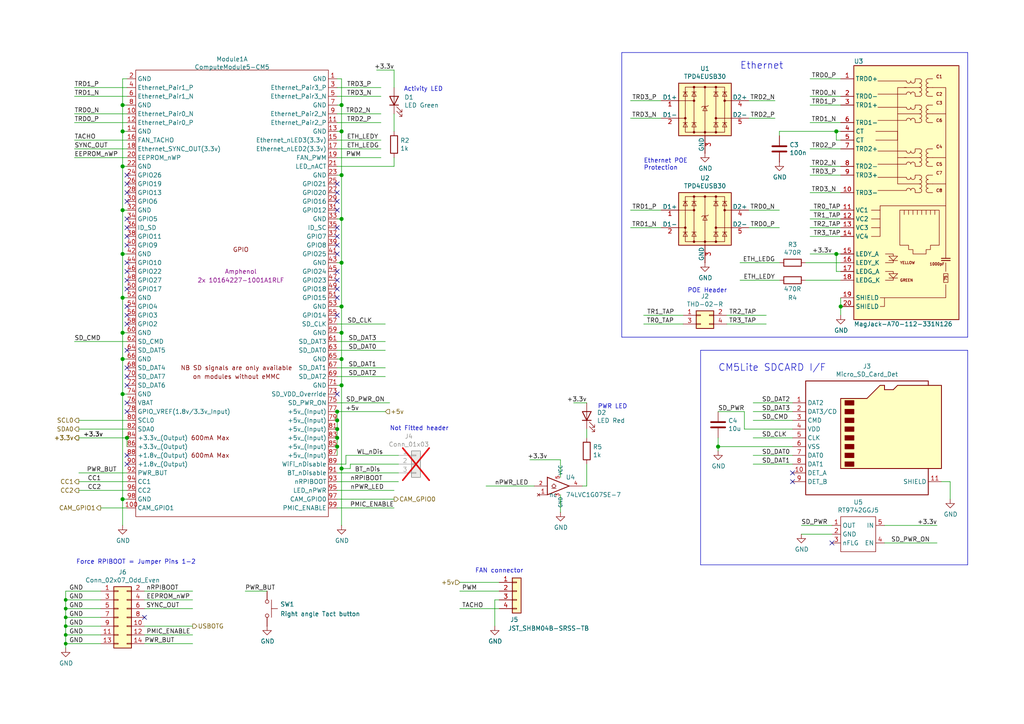
<source format=kicad_sch>
(kicad_sch (version 20231120) (generator "eeschema") (generator_version "8.0")
  (paper "A4")
  (title_block (title "Blade Carrier Board") (date "2024-12-12") (rev "0.1") (company "RapidAnalysis") (comment 1 "Author: Asad Imran"))
  (junction (at 19.05 181.61))
  (junction (at 97.79 127) (diameter 1.016))
  (junction (at 99.06 111.76) (diameter 1.016))
  (junction (at 35.56 104.14) (diameter 1.016))
  (junction (at 35.56 60.96) (diameter 1.016))
  (junction (at 97.79 124.46) (diameter 1.016))
  (junction (at 242.57 38.1) (diameter 1.016))
  (junction (at 99.06 135.89) (diameter 1.016))
  (junction (at 99.06 104.14) (diameter 1.016))
  (junction (at 208.28 129.54) (diameter 1.016))
  (junction (at 35.56 30.48) (diameter 1.016))
  (junction (at 19.05 173.99))
  (junction (at 35.56 86.36) (diameter 1.016))
  (junction (at 243.84 88.9) (diameter 1.016))
  (junction (at 97.79 129.54) (diameter 1.016))
  (junction (at 19.05 179.07))
  (junction (at 99.06 63.5) (diameter 1.016))
  (junction (at 35.56 144.78) (diameter 1.016))
  (junction (at 36.83 127) (diameter 1.016))
  (junction (at 19.05 184.15))
  (junction (at 35.56 48.26) (diameter 1.016))
  (junction (at 242.57 73.66) (diameter 1.016))
  (junction (at 99.06 88.9) (diameter 1.016))
  (junction (at 35.56 38.1) (diameter 1.016))
  (junction (at 35.56 96.52) (diameter 1.016))
  (junction (at 35.56 114.3) (diameter 1.016))
  (junction (at 99.06 38.1) (diameter 1.016))
  (junction (at 99.06 30.48) (diameter 1.016))
  (junction (at 35.56 73.66) (diameter 1.016))
  (junction (at 99.06 96.52) (diameter 1.016))
  (junction (at 97.79 119.38) (diameter 1.016))
  (junction (at 19.05 176.53))
  (junction (at 97.79 121.92) (diameter 1.016))
  (junction (at 99.06 50.8) (diameter 1.016))
  (junction (at 19.05 186.69))
  (junction (at 99.06 76.2) (diameter 1.016))
  (no_connect (at 36.83 88.9))
  (no_connect (at 229.87 139.7))
  (no_connect (at 97.79 83.82))
  (no_connect (at 36.83 116.84))
  (no_connect (at 36.83 101.6))
  (no_connect (at 97.79 71.12))
  (no_connect (at 97.79 66.04))
  (no_connect (at 41.91 179.07))
  (no_connect (at 97.79 53.34))
  (no_connect (at 36.83 50.8))
  (no_connect (at 36.83 132.08))
  (no_connect (at 36.83 91.44))
  (no_connect (at 36.83 71.12))
  (no_connect (at 97.79 86.36))
  (no_connect (at 36.83 63.5))
  (no_connect (at 36.83 53.34))
  (no_connect (at 36.83 111.76))
  (no_connect (at 97.79 60.96))
  (no_connect (at 36.83 119.38))
  (no_connect (at 97.79 68.58))
  (no_connect (at 36.83 81.28))
  (no_connect (at 97.79 114.3))
  (no_connect (at 36.83 68.58))
  (no_connect (at 36.83 76.2))
  (no_connect (at 36.83 66.04))
  (no_connect (at 36.83 83.82))
  (no_connect (at 36.83 55.88))
  (no_connect (at 97.79 78.74))
  (no_connect (at 36.83 78.74))
  (no_connect (at 36.83 134.62))
  (no_connect (at 36.83 109.22))
  (no_connect (at 97.79 73.66))
  (no_connect (at 36.83 106.68))
  (no_connect (at 97.79 55.88))
  (no_connect (at 97.79 81.28))
  (no_connect (at 229.87 137.16))
  (no_connect (at 36.83 93.98))
  (no_connect (at 36.83 58.42))
  (no_connect (at 241.3 157.48))
  (no_connect (at 97.79 58.42))
  (no_connect (at 97.79 91.44))
  (polyline (pts (xy 203.2 163.83) (xy 203.2 101.6)) (stroke (width 0) (type solid)))
  (wire (pts (xy 19.05 173.99) (xy 19.05 176.53)))
  (wire (pts (xy 109.22 20.32) (xy 114.3 20.32)))
  (wire (pts (xy 41.91 184.15) (xy 55.88 184.15)))
  (wire (pts (xy 215.9 124.46) (xy 215.9 119.38)))
  (polyline (pts (xy 280.67 15.24) (xy 280.67 97.79)) (stroke (width 0) (type solid)))
  (wire (pts (xy 144.78 173.99) (xy 143.51 173.99)))
  (wire (pts (xy 97.79 119.38) (xy 111.76 119.38)))
  (wire (pts (xy 36.83 30.48) (xy 35.56 30.48)))
  (wire (pts (xy 114.3 33.02) (xy 114.3 38.1)))
  (wire (pts (xy 35.56 73.66) (xy 35.56 86.36)))
  (wire (pts (xy 21.59 33.02) (xy 36.83 33.02)))
  (wire (pts (xy 256.54 157.48) (xy 271.78 157.48)))
  (wire (pts (xy 22.86 121.92) (xy 36.83 121.92)))
  (wire (pts (xy 97.79 119.38) (xy 97.79 121.92)))
  (wire (pts (xy 133.35 168.91) (xy 144.78 168.91)))
  (wire (pts (xy 97.79 134.62) (xy 100.33 134.62)))
  (wire (pts (xy 35.56 104.14) (xy 35.56 114.3)))
  (wire (pts (xy 19.05 179.07) (xy 29.21 179.07)))
  (wire (pts (xy 101.6 135.89) (xy 101.6 134.62)))
  (wire (pts (xy 97.79 40.64) (xy 110.49 40.64)))
  (wire (pts (xy 242.57 40.64) (xy 242.57 38.1)))
  (wire (pts (xy 243.84 88.9) (xy 243.84 91.44)))
  (wire (pts (xy 241.3 154.94) (xy 232.41 154.94)))
  (wire (pts (xy 217.17 66.04) (xy 226.06 66.04)))
  (wire (pts (xy 218.44 121.92) (xy 229.87 121.92)))
  (wire (pts (xy 35.56 60.96) (xy 36.83 60.96)))
  (wire (pts (xy 111.76 99.06) (xy 97.79 99.06)))
  (wire (pts (xy 19.05 184.15) (xy 19.05 186.69)))
  (wire (pts (xy 111.76 106.68) (xy 97.79 106.68)))
  (wire (pts (xy 35.56 48.26) (xy 36.83 48.26)))
  (wire (pts (xy 208.28 119.38) (xy 215.9 119.38)))
  (wire (pts (xy 99.06 63.5) (xy 99.06 76.2)))
  (wire (pts (xy 21.59 40.64) (xy 36.83 40.64)))
  (wire (pts (xy 36.83 129.54) (xy 36.83 127)))
  (wire (pts (xy 97.79 147.32) (xy 114.3 147.32)))
  (wire (pts (xy 19.05 184.15) (xy 29.21 184.15)))
  (wire (pts (xy 170.18 116.84) (xy 166.37 116.84)))
  (wire (pts (xy 170.18 140.97) (xy 168.91 140.97)))
  (wire (pts (xy 97.79 22.86) (xy 99.06 22.86)))
  (wire (pts (xy 22.86 137.16) (xy 36.83 137.16)))
  (wire (pts (xy 97.79 76.2) (xy 99.06 76.2)))
  (polyline (pts (xy 180.34 15.24) (xy 280.67 15.24)) (stroke (width 0) (type solid)))
  (wire (pts (xy 133.35 176.53) (xy 144.78 176.53)))
  (wire (pts (xy 35.56 73.66) (xy 36.83 73.66)))
  (wire (pts (xy 162.56 138.43) (xy 162.56 133.35)))
  (wire (pts (xy 19.05 186.69) (xy 29.21 186.69)))
  (wire (pts (xy 111.76 93.98) (xy 97.79 93.98)))
  (wire (pts (xy 234.95 66.04) (xy 243.84 66.04)))
  (wire (pts (xy 100.33 132.08) (xy 115.57 132.08)))
  (wire (pts (xy 35.56 96.52) (xy 36.83 96.52)))
  (wire (pts (xy 41.91 173.99) (xy 55.88 173.99)))
  (wire (pts (xy 21.59 99.06) (xy 36.83 99.06)))
  (wire (pts (xy 36.83 144.78) (xy 35.56 144.78)))
  (wire (pts (xy 226.06 38.1) (xy 242.57 38.1)))
  (polyline (pts (xy 203.2 101.6) (xy 280.67 101.6)) (stroke (width 0) (type solid)))
  (wire (pts (xy 170.18 134.62) (xy 170.18 140.97)))
  (wire (pts (xy 97.79 35.56) (xy 110.49 35.56)))
  (wire (pts (xy 182.88 29.21) (xy 191.77 29.21)))
  (wire (pts (xy 218.44 132.08) (xy 229.87 132.08)))
  (wire (pts (xy 229.87 124.46) (xy 215.9 124.46)))
  (wire (pts (xy 99.06 22.86) (xy 99.06 30.48)))
  (wire (pts (xy 97.79 33.02) (xy 110.49 33.02)))
  (wire (pts (xy 99.06 104.14) (xy 99.06 111.76)))
  (wire (pts (xy 35.56 38.1) (xy 35.56 48.26)))
  (wire (pts (xy 97.79 101.6) (xy 111.76 101.6)))
  (wire (pts (xy 41.91 176.53) (xy 55.88 176.53)))
  (wire (pts (xy 229.87 127) (xy 218.44 127)))
  (wire (pts (xy 100.33 134.62) (xy 100.33 132.08)))
  (wire (pts (xy 234.95 48.26) (xy 243.84 48.26)))
  (wire (pts (xy 35.56 114.3) (xy 35.56 144.78)))
  (wire (pts (xy 97.79 121.92) (xy 97.79 124.46)))
  (wire (pts (xy 19.05 171.45) (xy 29.21 171.45)))
  (wire (pts (xy 19.05 179.07) (xy 19.05 181.61)))
  (wire (pts (xy 99.06 111.76) (xy 99.06 135.89)))
  (wire (pts (xy 97.79 139.7) (xy 115.57 139.7)))
  (wire (pts (xy 182.88 60.96) (xy 191.77 60.96)))
  (wire (pts (xy 97.79 127) (xy 97.79 129.54)))
  (wire (pts (xy 101.6 134.62) (xy 115.57 134.62)))
  (wire (pts (xy 21.59 35.56) (xy 36.83 35.56)))
  (wire (pts (xy 35.56 104.14) (xy 36.83 104.14)))
  (wire (pts (xy 19.05 176.53) (xy 19.05 179.07)))
  (wire (pts (xy 234.95 73.66) (xy 242.57 73.66)))
  (wire (pts (xy 234.95 60.96) (xy 243.84 60.96)))
  (wire (pts (xy 97.79 27.94) (xy 110.49 27.94)))
  (wire (pts (xy 162.56 133.35) (xy 153.67 133.35)))
  (polyline (pts (xy 280.67 97.79) (xy 180.34 97.79)) (stroke (width 0) (type solid)))
  (polyline (pts (xy 280.67 163.83) (xy 203.2 163.83)) (stroke (width 0) (type solid)))
  (wire (pts (xy 41.91 186.69) (xy 55.88 186.69)))
  (wire (pts (xy 21.59 45.72) (xy 36.83 45.72)))
  (wire (pts (xy 217.17 60.96) (xy 226.06 60.96)))
  (wire (pts (xy 234.95 50.8) (xy 243.84 50.8)))
  (wire (pts (xy 243.84 78.74) (xy 242.57 78.74)))
  (wire (pts (xy 229.87 134.62) (xy 218.44 134.62)))
  (wire (pts (xy 275.59 139.7) (xy 275.59 144.78)))
  (wire (pts (xy 210.82 91.44) (xy 222.25 91.44)))
  (wire (pts (xy 19.05 171.45) (xy 19.05 173.99)))
  (wire (pts (xy 234.95 68.58) (xy 243.84 68.58)))
  (wire (pts (xy 21.59 25.4) (xy 36.83 25.4)))
  (wire (pts (xy 97.79 50.8) (xy 99.06 50.8)))
  (wire (pts (xy 170.18 124.46) (xy 170.18 127)))
  (polyline (pts (xy 180.34 97.79) (xy 180.34 15.24)) (stroke (width 0) (type solid)))
  (wire (pts (xy 35.56 96.52) (xy 35.56 104.14)))
  (wire (pts (xy 22.86 124.46) (xy 36.83 124.46)))
  (wire (pts (xy 99.06 135.89) (xy 101.6 135.89)))
  (wire (pts (xy 35.56 48.26) (xy 35.56 60.96)))
  (wire (pts (xy 35.56 60.96) (xy 35.56 73.66)))
  (wire (pts (xy 97.79 116.84) (xy 113.03 116.84)))
  (wire (pts (xy 22.86 127) (xy 36.83 127)))
  (wire (pts (xy 242.57 73.66) (xy 243.84 73.66)))
  (wire (pts (xy 234.95 30.48) (xy 243.84 30.48)))
  (wire (pts (xy 217.17 29.21) (xy 224.79 29.21)))
  (wire (pts (xy 22.86 139.7) (xy 36.83 139.7)))
  (wire (pts (xy 114.3 20.32) (xy 114.3 25.4)))
  (wire (pts (xy 234.95 27.94) (xy 243.84 27.94)))
  (wire (pts (xy 97.79 144.78) (xy 114.3 144.78)))
  (wire (pts (xy 243.84 40.64) (xy 242.57 40.64)))
  (wire (pts (xy 234.95 35.56) (xy 243.84 35.56)))
  (wire (pts (xy 99.06 38.1) (xy 99.06 50.8)))
  (wire (pts (xy 97.79 111.76) (xy 99.06 111.76)))
  (wire (pts (xy 35.56 86.36) (xy 35.56 96.52)))
  (wire (pts (xy 36.83 38.1) (xy 35.56 38.1)))
  (wire (pts (xy 234.95 43.18) (xy 243.84 43.18)))
  (wire (pts (xy 97.79 129.54) (xy 97.79 132.08)))
  (wire (pts (xy 182.88 34.29) (xy 191.77 34.29)))
  (wire (pts (xy 41.91 171.45) (xy 55.88 171.45)))
  (wire (pts (xy 214.63 76.2) (xy 226.06 76.2)))
  (wire (pts (xy 97.79 25.4) (xy 110.49 25.4)))
  (wire (pts (xy 19.05 186.69) (xy 19.05 187.96)))
  (wire (pts (xy 140.97 140.97) (xy 154.94 140.97)))
  (wire (pts (xy 97.79 45.72) (xy 110.49 45.72)))
  (wire (pts (xy 97.79 96.52) (xy 99.06 96.52)))
  (wire (pts (xy 29.21 147.32) (xy 36.83 147.32)))
  (wire (pts (xy 99.06 50.8) (xy 99.06 63.5)))
  (wire (pts (xy 35.56 22.86) (xy 35.56 30.48)))
  (wire (pts (xy 218.44 116.84) (xy 229.87 116.84)))
  (wire (pts (xy 97.79 142.24) (xy 114.3 142.24)))
  (wire (pts (xy 35.56 30.48) (xy 35.56 38.1)))
  (wire (pts (xy 35.56 114.3) (xy 36.83 114.3)))
  (wire (pts (xy 21.59 27.94) (xy 36.83 27.94)))
  (wire (pts (xy 19.05 181.61) (xy 29.21 181.61)))
  (wire (pts (xy 256.54 152.4) (xy 271.78 152.4)))
  (wire (pts (xy 71.12 171.45) (xy 77.47 171.45)))
  (wire (pts (xy 143.51 173.99) (xy 143.51 181.61)))
  (wire (pts (xy 208.28 129.54) (xy 208.28 130.81)))
  (wire (pts (xy 162.56 143.51) (xy 162.56 148.59)))
  (wire (pts (xy 273.05 139.7) (xy 275.59 139.7)))
  (wire (pts (xy 186.69 91.44) (xy 198.12 91.44)))
  (wire (pts (xy 36.83 22.86) (xy 35.56 22.86)))
  (wire (pts (xy 97.79 38.1) (xy 99.06 38.1)))
  (wire (pts (xy 234.95 22.86) (xy 243.84 22.86)))
  (wire (pts (xy 97.79 63.5) (xy 99.06 63.5)))
  (wire (pts (xy 19.05 173.99) (xy 29.21 173.99)))
  (wire (pts (xy 97.79 124.46) (xy 97.79 127)))
  (wire (pts (xy 133.35 171.45) (xy 144.78 171.45)))
  (wire (pts (xy 186.69 93.98) (xy 198.12 93.98)))
  (wire (pts (xy 97.79 104.14) (xy 99.06 104.14)))
  (wire (pts (xy 241.3 152.4) (xy 232.41 152.4)))
  (wire (pts (xy 208.28 129.54) (xy 229.87 129.54)))
  (wire (pts (xy 99.06 96.52) (xy 99.06 104.14)))
  (wire (pts (xy 243.84 38.1) (xy 242.57 38.1)))
  (wire (pts (xy 35.56 144.78) (xy 35.56 152.4)))
  (wire (pts (xy 97.79 48.26) (xy 114.3 48.26)))
  (wire (pts (xy 19.05 181.61) (xy 19.05 184.15)))
  (wire (pts (xy 97.79 88.9) (xy 99.06 88.9)))
  (polyline (pts (xy 280.67 101.6) (xy 280.67 163.83)) (stroke (width 0) (type solid)))
  (wire (pts (xy 234.95 63.5) (xy 243.84 63.5)))
  (wire (pts (xy 22.86 142.24) (xy 36.83 142.24)))
  (wire (pts (xy 97.79 109.22) (xy 111.76 109.22)))
  (wire (pts (xy 99.06 88.9) (xy 99.06 96.52)))
  (wire (pts (xy 99.06 30.48) (xy 99.06 38.1)))
  (wire (pts (xy 242.57 78.74) (xy 242.57 73.66)))
  (wire (pts (xy 233.68 76.2) (xy 243.84 76.2)))
  (wire (pts (xy 233.68 81.28) (xy 243.84 81.28)))
  (wire (pts (xy 99.06 135.89) (xy 99.06 152.4)))
  (wire (pts (xy 210.82 93.98) (xy 222.25 93.98)))
  (wire (pts (xy 226.06 39.37) (xy 226.06 38.1)))
  (wire (pts (xy 214.63 81.28) (xy 226.06 81.28)))
  (wire (pts (xy 99.06 76.2) (xy 99.06 88.9)))
  (wire (pts (xy 208.28 127) (xy 208.28 129.54)))
  (wire (pts (xy 97.79 43.18) (xy 110.49 43.18)))
  (wire (pts (xy 234.95 55.88) (xy 243.84 55.88)))
  (wire (pts (xy 229.87 119.38) (xy 218.44 119.38)))
  (wire (pts (xy 217.17 34.29) (xy 224.79 34.29)))
  (wire (pts (xy 19.05 176.53) (xy 29.21 176.53)))
  (wire (pts (xy 191.77 66.04) (xy 182.88 66.04)))
  (wire (pts (xy 21.59 43.18) (xy 36.83 43.18)))
  (wire (pts (xy 114.3 48.26) (xy 114.3 45.72)))
  (wire (pts (xy 41.91 181.61) (xy 55.88 181.61)))
  (wire (pts (xy 243.84 86.36) (xy 243.84 88.9)))
  (wire (pts (xy 97.79 137.16) (xy 115.57 137.16)))
  (wire (pts (xy 35.56 86.36) (xy 36.83 86.36)))
  (wire (pts (xy 97.79 30.48) (xy 99.06 30.48)))
  (text "Ethernet POE\nProtection" (at 186.69 49.53 0) (effects (font (size 1.27 1.27)) (justify left bottom)))
  (text "Force RPIBOOT = Jumper Pins 1-2 \n" (at 57.785 163.83 0) (effects (font (size 1.27 1.27)) (justify right bottom)))
  (text "POE Header" (at 199.39 85.09 0) (effects (font (size 1.27 1.27)) (justify left bottom)))
  (text "FAN connector\n" (at 137.795 166.37 0) (effects (font (size 1.27 1.27)) (justify left bottom)))
  (text "CM5Lite SDCARD I/F" (at 208.28 107.95 0) (effects (font (size 2.007 2.007)) (justify left bottom)))
  (text "Activity LED" (at 117.094 26.67 0) (effects (font (size 1.27 1.27)) (justify left bottom)))
  (text "Not Fitted header" (at 130.175 125.095 0) (effects (font (size 1.27 1.27)) (justify right bottom)))
  (text "Ethernet" (at 214.63 20.32 0) (effects (font (size 2.0066 2.0066)) (justify left bottom)))
  (text "PWR LED" (at 173.355 118.745 0) (effects (font (size 1.27 1.27)) (justify left bottom)))
  (label "TRD0_P" (at 21.59 35.56 0))
  (label "GND" (at 24.13 171.45 180))
  (label "GND" (at 24.13 181.61 180))
  (label "EEPROM_nWP" (at 21.59 45.72 0))
  (label "GND" (at 24.13 186.69 180))
  (label "TR3_TAP" (at 243.84 68.58 180))
  (label "GND" (at 24.13 176.53 180))
  (label "+5v" (at 104.14 119.38 180))
  (label "SD_DAT1" (at 109.22 106.68 180))
  (label "PWR_BUT" (at 71.12 171.45 0))
  (label "ETH_LEDG" (at 224.79 76.2 180))
  (label "SD_DAT3" (at 109.22 99.06 180))
  (label "TRD1_P" (at 242.57 30.48 180))
  (label "CC1" (at 25.4 139.7 0))
  (label "TRD3_N" (at 100.584 27.94 0))
  (label "ETH_LEDY" (at 224.79 81.28 180))
  (label "+3.3v" (at 24.13 127 0))
  (label "TRD0_P" (at 224.79 66.04 180))
  (label "nRPIBOOT" (at 51.816 171.45 180))
  (label "TR0_TAP" (at 195.4784 93.98 180))
  (label "TRD0_N" (at 242.57 27.94 180))
  (label "PMIC_ENABLE" (at 55.245 184.15 180))
  (label "SD_DAT2" (at 109.22 109.22 180))
  (label "EEPROM_nWP" (at 55.118 173.99 180))
  (label "SD_PWR_ON" (at 100.33 116.84 0))
  (label "TRD1_N" (at 190.5 66.04 180))
  (label "SD_DAT1" (at 220.98 134.62 0))
  (label "+3.3v" (at 114.3 20.32 180))
  (label "nPWR_LED" (at 143.51 140.97 0))
  (label "PWM" (at 100.33 45.72 0))
  (label "nRPIBOOT" (at 101.6 139.7 0))
  (label "TR1_TAP" (at 243.84 63.5 180))
  (label "TR2_TAP" (at 243.84 66.04 180))
  (label "TR3_TAP" (at 219.3544 93.98 180))
  (label "TRD2_N" (at 242.57 48.26 180))
  (label "TRD3_N" (at 242.57 55.88 180))
  (label "TRD3_P" (at 242.57 50.8 180))
  (label "+3.3v" (at 241.3 73.66 180))
  (label "TRD1_P" (at 190.5 60.96 180))
  (label "TRD2_N" (at 224.79 29.21 180))
  (label "TRD3_P" (at 100.584 25.4 0))
  (label "TRD1_N" (at 242.57 35.56 180))
  (label "PWM" (at 133.985 171.45 0))
  (label "SD_DAT0" (at 109.22 101.6 180))
  (label "TRD0_N" (at 21.59 33.02 0))
  (label "TRD0_P" (at 242.57 22.86 180))
  (label "SD_CMD" (at 21.59 99.06 0))
  (label "GND" (at 24.13 184.15 180))
  (label "TRD2_P" (at 224.79 34.29 180))
  (label "TRD1_P" (at 21.59 25.4 0))
  (label "+3.3v" (at 170.18 116.84 180))
  (label "SD_CMD" (at 220.98 121.92 0))
  (label "SYNC_OUT" (at 52.07 176.53 180))
  (label "PWR_BUT" (at 41.91 186.69 0))
  (label "PMIC_ENABLE" (at 114.3 147.32 180))
  (label "TR1_TAP" (at 195.58 91.44 180))
  (label "GND" (at 24.13 179.07 180))
  (label "TR0_TAP" (at 243.84 60.96 180))
  (label "TRD2_P" (at 242.57 43.18 180))
  (label "GND" (at 24.13 173.99 180))
  (label "CC2" (at 25.4 142.24 0))
  (label "WL_nDis" (at 111.125 132.08 180))
  (label "SD_DAT2" (at 220.98 116.84 0))
  (label "PWR_BUT" (at 25.146 137.16 0))
  (label "TRD1_N" (at 21.59 27.94 0))
  (label "SD_CLK" (at 107.95 93.98 180))
  (label "TRD2_P" (at 100.584 35.56 0))
  (label "SD_PWR" (at 208.28 119.38 0))
  (label "BT_nDis" (at 110.3376 137.16 180))
  (label "TRD2_N" (at 100.33 33.02 0))
  (label "SD_PWR_ON" (at 258.445 157.48 0))
  (label "TRD3_N" (at 190.5 34.29 180))
  (label "+3.3v" (at 271.78 152.4 180))
  (label "TR2_TAP" (at 219.3798 91.44 180))
  (label "TRD3_P" (at 190.5 29.21 180))
  (label "SYNC_OUT" (at 21.59 43.18 0))
  (label "SD_CLK" (at 220.98 127 0))
  (label "SD_PWR" (at 232.41 152.4 0))
  (label "TACHO" (at 133.985 176.53 0))
  (label "ETH_LEDY" (at 100.584 40.64 0))
  (label "nPWR_LED" (at 101.6 142.24 0))
  (label "ETH_LEDG" (at 100.584 43.18 0))
  (label "TACHO" (at 21.59 40.64 0))
  (label "+3.3v" (at 158.75 133.35 180))
  (label "+3.3v" (at 24.13 127 0))
  (label "SD_DAT3" (at 220.98 119.38 0))
  (label "TRD0_N" (at 224.79 60.96 180))
  (label "SD_DAT0" (at 220.98 132.08 0))
  (hierarchical_label "+3.3v" (shape output) (at 22.86 127 180))
  (hierarchical_label "SDA0" (shape output) (at 22.86 124.46 180))
  (hierarchical_label "CC2" (shape output) (at 22.86 142.24 180))
  (hierarchical_label "SCL0" (shape output) (at 22.86 121.92 180))
  (hierarchical_label "CC1" (shape output) (at 22.86 139.7 180))
  (hierarchical_label "CAM_GPIO0" (shape output) (at 114.3 144.78 0))
  (hierarchical_label "+3.3v" (shape output) (at 22.86 127 180))
  (hierarchical_label "+5v" (shape input) (at 111.76 119.38 0))
  (hierarchical_label "+5v" (shape input) (at 133.35 168.91 180))
  (hierarchical_label "CAM_GPIO1" (shape output) (at 29.21 147.32 180))
  (hierarchical_label "USBOTG" (shape output) (at 55.88 181.61 0))
  (symbol (lib_id "Connector_Generic:Conn_02x07_Odd_Even") (at 34.29 179.07 0) (unit 1)
    (property "Reference" "J6" (at 35.56 165.9636 0))
    (property "Value" "Conn_02x07_Odd_Even" (at 35.56 168.275 0))
    (property "Footprint" "Connector_PinHeader_2.54mm:PinHeader_2x07_P2.54mm_Vertical" (effects (hide yes)))
    (property "Datasheet" "https://www.toby.co.uk/uploads/publications/1673.pdf" (effects (hide yes)))
    (property "Field4" "Toby" (effects (hide yes)))
    (property "Field5" "THD-07-R" (effects (hide yes)))
    (property "Field6" "THD-07-R" (effects (hide yes)))
    (property "Field7" "Toby" (effects (hide yes)))
    (property "Part Description" "PinHeader_2x07_P2.54mm_Vertical" (effects (hide yes)))
  )
  (symbol (lib_id "power:GND") (at 19.05 187.96 0) (unit 1)
    (property "Reference" "#PWR016" (effects (hide yes)))
    (property "Value" "GND" (at 19.177 192.3542 0))
    (property "Description" "Power symbol creates a global label with name \"GND\" , ground" (effects (hide yes)))
  )
  (symbol (lib_id "power:GND") (at 99.06 152.4 0) (unit 1)
    (property "Reference" "#PWR012" (effects (hide yes)))
    (property "Value" "GND" (at 99.187 156.7942 0))
    (property "Description" "Power symbol creates a global label with name \"GND\" , ground" (effects (hide yes)))
  )
  (symbol (lib_id "Connector_Generic:Conn_02x02_Odd_Even") (at 203.2 91.44 0) (unit 1)
    (property "Reference" "J2" (at 204.47 85.9282 0))
    (property "Value" "THD-02-R" (at 204.47 88.2396 0))
    (property "Footprint" "Connector_PinHeader_2.54mm:PinHeader_2x02_P2.54mm_Vertical" (effects (hide yes)))
    (property "Datasheet" "https://www.toby.co.uk/uploads/publications/1673.pdf" (effects (hide yes)))
    (property "Field4" "Toby" (effects (hide yes)))
    (property "Field5" "THD-02-R" (effects (hide yes)))
    (property "Field6" "151-604-425-761" (effects (hide yes)))
    (property "Field7" "EDAC" (effects (hide yes)))
    (property "Field8" "UCON00791" (effects (hide yes)))
    (property "Part Description" "PinHeader_2x02_P2.54mm_Vertical" (effects (hide yes)))
  )
  (symbol (lib_id "power:GND") (at 275.59 144.78 0) (unit 1)
    (property "Reference" "#PWR09" (effects (hide yes)))
    (property "Value" "GND" (at 275.717 149.1742 0))
    (property "Description" "Power symbol creates a global label with name \"GND\" , ground" (effects (hide yes)))
  )
  (symbol (lib_id "power:GND") (at 143.51 181.61 0) (unit 1)
    (property "Reference" "#PWR015" (effects (hide yes)))
    (property "Value" "GND" (at 143.637 186.0042 0))
    (property "Description" "Power symbol creates a global label with name \"GND\" , ground" (effects (hide yes)))
  )
  (symbol (lib_id "Device:R") (at 114.3 41.91 0) (unit 1)
    (property "Reference" "R2" (at 116.078 40.7416 0) (effects (justify left)))
    (property "Value" "1k" (at 116.078 43.053 0) (effects (justify left)))
    (property "Footprint" "Resistor_SMD:R_0402_1005Metric" (effects (hide yes)))
    (property "Datasheet" "https://fscdn.rohm.com/en/products/databook/datasheet/passive/resistor/chip_resistor/mcr-e.pdf" (effects (hide yes)))
    (property "Field4" "Farnell" (effects (hide yes)))
    (property "Field5" "9239235" (effects (hide yes)))
    (property "Field7" "KOA EUROPE GMBH" (effects (hide yes)))
    (property "Field6" "RK73H1ETTP1001F" (effects (hide yes)))
    (property "Part Description" "Resistor 1K M1005 1% 63mW" (effects (hide yes)))
    (property "Field8" "125049511" (effects (hide yes)))
  )
  (symbol (lib_id "power:GND") (at 232.41 154.94 0) (unit 1)
    (property "Reference" "#PWR013" (effects (hide yes)))
    (property "Value" "GND" (at 232.537 159.3342 0))
    (property "Description" "Power symbol creates a global label with name \"GND\" , ground" (effects (hide yes)))
  )
  (symbol (lib_id "power:GND") (at 204.47 76.2 0) (unit 1)
    (property "Reference" "#PWR06" (effects (hide yes)))
    (property "Value" "GND" (at 204.597 80.5942 0))
    (property "Description" "Power symbol creates a global label with name \"GND\" , ground" (effects (hide yes)))
  )
  (symbol (lib_id "Connector:Micro_SD_Card_Det2") (at 252.73 127 0) (unit 1)
    (property "Reference" "J3" (at 251.46 106.2482 0))
    (property "Value" "Micro_SD_Card_Det" (at 251.46 108.5596 0))
    (property "Footprint" "CM5IO:SDCARD_MOLEX_503398-1892" (effects (hide yes)))
    (property "Datasheet" "https://www.hirose.com/product/en/download_file/key_name/DM3/category/Catalog/doc_file_id/49662/?file_category_id=4&item_id=195&is_series=1" (effects (hide yes)))
    (property "Field4" "Farnell" (effects (hide yes)))
    (property "Field5" "2358234" (effects (hide yes)))
    (property "Field6" "503398-1892" (effects (hide yes)))
    (property "Field7" "Molex" (effects (hide yes)))
    (property "Part Description" "9 (8 + 1) Position Card Connector microSD™ Surface Mount, Right Angle Gold" (effects (hide yes)))
    (property "Field8" "UCON00512" (effects (hide yes)))
  )
  (symbol (lib_id "power:GND") (at 35.56 152.4 0) (unit 1)
    (property "Reference" "#PWR011" (effects (hide yes)))
    (property "Value" "GND" (at 35.687 156.7942 0))
    (property "Description" "Power symbol creates a global label with name \"GND\" , ground" (effects (hide yes)))
  )
  (symbol (lib_id "Switch:SW_Push") (at 77.47 176.53 270) (unit 1)
    (property "Reference" "SW1" (at 81.28 175.2599 90) (effects (justify left)))
    (property "Value" "Right angle Tact button" (at 81.28 178.054 90) (effects (justify left)))
    (property "Footprint" "Button_Switch_THT:SW_Tactile_SPST_Angled_PTS645Vx58-2LFS" (effects (hide yes)))
    (property "Datasheet" "https://www.mouser.co.uk/datasheet/2/240/Littelfuse-3050591.pdf" (effects (hide yes)))
    (property "Description" "Push button switch, generic, two pins" (effects (hide yes)))
    (property "Field5" "PTS645VH58-2LFS" (effects (hide yes)))
    (property "Field6" "PTS645VH58-2LFS" (effects (hide yes)))
    (property "Field7" "CK" (effects (hide yes)))
    (property "Part Description" "Right angle through hole Tact switch" (effects (hide yes)))
  )
  (symbol (lib_id "CM5IO:TPD4EUSB30") (at 204.47 31.75 0) (unit 1)
    (property "Reference" "U1" (at 204.47 19.8882 0))
    (property "Value" "TPD4EUSB30" (at 204.47 22.1996 0))
    (property "Footprint" "Package_SON:USON-10_2.5x1.0mm_P0.5mm" (effects (hide yes)))
    (property "Datasheet" "http://www.ti.com/lit/ds/symlink/tpd2eusb30a.pdf" (effects (hide yes)))
    (property "Field4" "Farnell" (effects (hide yes)))
    (property "Field5" "2335455" (effects (hide yes)))
    (property "Field6" "CDDFN10-3324P-13" (effects (hide yes)))
    (property "Field7" "Bourns" (effects (hide yes)))
    (property "Field8" "UDIO00346" (effects (hide yes)))
    (property "Part Description" "Quad TVS diode for high speed signals (USB3, GigE etc.)" (effects (hide yes)))
  )
  (symbol (lib_id "CM5IO:TPD4EUSB30") (at 204.47 63.5 0) (unit 1)
    (property "Reference" "U2" (at 204.47 51.6382 0))
    (property "Value" "TPD4EUSB30" (at 204.47 53.9496 0))
    (property "Footprint" "Package_SON:USON-10_2.5x1.0mm_P0.5mm" (effects (hide yes)))
    (property "Datasheet" "http://www.ti.com/lit/ds/symlink/tpd2eusb30a.pdf" (effects (hide yes)))
    (property "Field4" "Farnell" (effects (hide yes)))
    (property "Field5" "2335455" (effects (hide yes)))
    (property "Field6" "CDDFN10-3324P-13" (effects (hide yes)))
    (property "Field7" "Bourns" (effects (hide yes)))
    (property "Field8" "UDIO00346" (effects (hide yes)))
    (property "Part Description" "Quad TVS diode for high speed signals (USB3, GigE etc.)" (effects (hide yes)))
  )
  (symbol (lib_id "CM5IO:74LVC1G07_copy") (at 162.56 140.97 0) (unit 1)
    (property "Reference" "U4" (at 164.084 138.43 0) (effects (justify left)))
    (property "Value" "74LVC1G07SE-7" (at 164.084 143.51 0) (effects (justify left)))
    (property "Footprint" "Package_TO_SOT_SMD:SOT-353_SC-70-5" (effects (hide yes)))
    (property "Datasheet" "https://www.diodes.com/assets/Datasheets/74LVC1G07.pdf" (effects (hide yes)))
    (property "Field4" "Farnell" (effects (hide yes)))
    (property "Field5" "2425492" (effects (hide yes)))
    (property "Field6" "74LVC1G07SE-7" (effects (hide yes)))
    (property "Field7" "Diodes" (effects (hide yes)))
    (property "Part Description" "Buffer, Non-Inverting 1 Element 1 Bit per Element Open Drain Output SOT-353" (effects (hide yes)))
  )
  (symbol (lib_id "Device:C") (at 208.28 123.19 0) (unit 1)
    (property "Reference" "C4" (at 211.201 122.0216 0) (effects (justify left)))
    (property "Value" "10u" (at 211.201 124.333 0) (effects (justify left)))
    (property "Footprint" "Capacitor_SMD:C_0805_2012Metric" (effects (hide yes)))
    (property "Datasheet" "https://search.murata.co.jp/Ceramy/image/img/A01X/G101/ENG/GRM21BR71A106KA73-01.pdf" (effects (hide yes)))
    (property "Field5" "490-14381-1-ND" (effects (hide yes)))
    (property "Field4" "Digikey" (effects (hide yes)))
    (property "Field6" "GRM21BR71A106KA73L" (effects (hide yes)))
    (property "Field7" "Murata" (effects (hide yes)))
    (property "Part Description" "	10uF 10% 10V Ceramic Capacitor X7R 0805 (2012 Metric)" (effects (hide yes)))
    (property "Field8" "111893011" (effects (hide yes)))
  )
  (symbol (lib_id "Connector_Generic:Conn_01x04") (at 149.86 171.45 0) (unit 1)
    (property "Reference" "J5" (at 147.955 179.705 0) (effects (justify left)))
    (property "Value" "JST_SHBM04B-SRSS-TB" (at 147.32 182.245 0) (effects (justify left)))
    (property "Footprint" "Connector_JST:JST_SH_BM04B-SRSS-TB_1x04-1MP_P1.00mm_Vertical" (effects (hide yes)))
    (property "Field5" "SHBM04B-SRSS-TB" (effects (hide yes)))
    (property "Field6" "SHBM04B-SRSS-TB" (effects (hide yes)))
    (property "Field7" "JST" (effects (hide yes)))
    (property "Part Description" "4 pin vertical 1mm pitch connector" (effects (hide yes)))
  )
  (symbol (lib_id "power:GND") (at 204.47 44.45 0) (unit 1)
    (property "Reference" "#PWR04" (effects (hide yes)))
    (property "Value" "GND" (at 204.597 48.8442 0))
    (property "Description" "Power symbol creates a global label with name \"GND\" , ground" (effects (hide yes)))
  )
  (symbol (lib_id "power:GND") (at 243.84 91.44 0) (unit 1)
    (property "Reference" "#PWR07" (effects (hide yes)))
    (property "Value" "GND" (at 243.967 95.8342 0))
    (property "Description" "Power symbol creates a global label with name \"GND\" , ground" (effects (hide yes)))
  )
  (symbol (lib_id "Device:R") (at 229.87 76.2 270) (unit 1)
    (property "Reference" "R3" (at 229.87 70.9422 90))
    (property "Value" "470R" (at 229.87 73.2536 90))
    (property "Footprint" "Resistor_SMD:R_0402_1005Metric" (effects (hide yes)))
    (property "Datasheet" "https://fscdn.rohm.com/en/products/databook/datasheet/passive/resistor/chip_resistor/mcr-e.pdf" (effects (hide yes)))
    (property "Field4" "Farnell" (effects (hide yes)))
    (property "Field5" "9239197" (effects (hide yes)))
    (property "Field7" "KOA EUROPE GMBH" (effects (hide yes)))
    (property "Field6" "RK73G1ETQTP4700D         " (effects (hide yes)))
    (property "Field8" "120887981" (effects (hide yes)))
    (property "Part Description" "Resistor 470R M1005 1% 63mW" (effects (hide yes)))
  )
  (symbol (lib_id "Device:LED") (at 114.3 29.21 90) (unit 1)
    (property "Reference" "D1" (at 117.2718 28.2194 90) (effects (justify right)))
    (property "Value" "LED Green" (at 117.2718 30.5308 90) (effects (justify right)))
    (property "Footprint" "LED_SMD:LED_0603_1608Metric" (effects (hide yes)))
    (property "Datasheet" "http://optoelectronics.liteon.com/upload/download/DS22-2000-226/LTST-S270KGKT.pdf" (effects (hide yes)))
    (property "Field4" "Digikey " (effects (hide yes)))
    (property "Field5" "LTST-S270KGKT" (effects (hide yes)))
    (property "Field6" "SML-A12M8TT86N" (effects (hide yes)))
    (property "Field7" "Rohm" (effects (hide yes)))
    (property "Field8" "650263301" (effects (hide yes)))
    (property "Part Description" "	Green 572nm LED Indication - Discrete 2.2V 2-SMD, No Lead" (effects (hide yes)))
  )
  (symbol (lib_id "power:GND") (at 162.56 148.59 0) (unit 1)
    (property "Reference" "#PWR010" (effects (hide yes)))
    (property "Value" "GND" (at 162.687 152.9842 0))
    (property "Description" "Power symbol creates a global label with name \"GND\" , ground" (effects (hide yes)))
  )
  (symbol (lib_id "CM5IO:RT9742GGJ5") (at 250.19 162.56 0) (unit 1)
    (property "Reference" "U5" (at 248.92 145.669 0))
    (property "Value" "RT9742GGJ5" (at 248.92 147.9804 0))
    (property "Footprint" "Package_TO_SOT_SMD:SOT-23-5" (effects (hide yes)))
    (property "Datasheet" "https://www.richtek.com/assets/product_file/RT9742/DS9742-00.pdf" (effects (hide yes)))
    (property "Field4" "Farnell" (effects (hide yes)))
    (property "Field5" "	2545875" (effects (hide yes)))
    (property "Field6" "RT9742GGJ5" (effects (hide yes)))
    (property "Field7" "RichTek" (effects (hide yes)))
    (property "Field8" "USWI00166" (effects (hide yes)))
    (property "Part Description" "	Power Switch/Driver 1:1 N-Channel 1A TSOT-23-5" (effects (hide yes)))
  )
  (symbol (lib_id "CM5IO:MagJack-A70-112-331N126") (at 265.43 93.98 0) (unit 1)
    (property "Reference" "U3" (at 247.65 17.78 0) (effects (justify left)))
    (property "Value" "MagJack-A70-112-331N126" (at 247.65 93.98 0) (effects (justify left)))
    (property "Footprint" "CM5IO:TRJG0926HENL" (effects (hide yes)))
    (property "Datasheet" "https://p.globalsources.com/IMAGES/PDT/SPEC/690/K1160305690.pdf" (effects (hide yes)))
    (property "Field6" "TRJG0926HENL" (effects (hide yes)))
    (property "Field7" "Trxcon" (effects (hide yes)))
    (property "Field8" "UCON00900" (effects (hide yes)))
    (property "Part Description" "Gigabit Ethernet Magjack" (effects (hide yes)))
    (property "Field5" "TRJG0926HENL" (effects (hide yes)))
  )
  (symbol (lib_id "power:GND") (at 208.28 130.81 0) (unit 1)
    (property "Reference" "#PWR08" (effects (hide yes)))
    (property "Value" "GND" (at 208.407 135.2042 0))
    (property "Description" "Power symbol creates a global label with name \"GND\" , ground" (effects (hide yes)))
  )
  (symbol (lib_id "Device:C") (at 226.06 43.18 0) (unit 1)
    (property "Reference" "C3" (at 228.981 42.0116 0) (effects (justify left)))
    (property "Value" "100n" (at 228.981 44.323 0) (effects (justify left)))
    (property "Footprint" "Capacitor_SMD:C_0402_1005Metric" (effects (hide yes)))
    (property "Datasheet" "https://search.murata.co.jp/Ceramy/image/img/A01X/G101/ENG/GRM155R71C104KA88-01.pdf" (effects (hide yes)))
    (property "Field4" "Farnell" (effects (hide yes)))
    (property "Field5" "2611911" (effects (hide yes)))
    (property "Field6" "RM EMK105 B7104KV-F" (effects (hide yes)))
    (property "Field7" "TAIYO YUDEN EUROPE GMBH" (effects (hide yes)))
    (property "Part Description" "	0.1uF 10% 16V Ceramic Capacitor X7R 0402 (1005 Metric)" (effects (hide yes)))
    (property "Field8" "110091611" (effects (hide yes)))
  )
  (symbol (lib_id "Device:R") (at 170.18 130.81 0) (unit 1)
    (property "Reference" "R5" (at 171.958 129.6416 0) (effects (justify left)))
    (property "Value" "1k" (at 171.958 131.953 0) (effects (justify left)))
    (property "Footprint" "Resistor_SMD:R_0402_1005Metric" (effects (hide yes)))
    (property "Datasheet" "https://fscdn.rohm.com/en/products/databook/datasheet/passive/resistor/chip_resistor/mcr-e.pdf" (effects (hide yes)))
    (property "Field4" "Farnell" (effects (hide yes)))
    (property "Field5" "9239235" (effects (hide yes)))
    (property "Field7" "KOA EUROPE GMBH" (effects (hide yes)))
    (property "Field6" "RK73H1ETTP1001F" (effects (hide yes)))
    (property "Part Description" "Resistor 1K M1005 1% 63mW" (effects (hide yes)))
    (property "Field8" "125049511" (effects (hide yes)))
  )
  (symbol (lib_name "LED_1") (lib_id "Device:LED") (at 170.18 120.65 90) (unit 1)
    (property "Reference" "D2" (at 173.1518 119.6594 90) (effects (justify right)))
    (property "Value" "LED Red" (at 173.1518 121.9708 90) (effects (justify right)))
    (property "Footprint" "LED_SMD:LED_0603_1608Metric" (effects (hide yes)))
    (property "Datasheet" "http://optoelectronics.liteon.com/upload/download/DS22-2000-210/LTST-S270KRKT.pdf" (effects (hide yes)))
    (property "Field4" "Digikey " (effects (hide yes)))
    (property "Field5" "	LTST-S270KRKT" (effects (hide yes)))
    (property "Field6" "SML-A12U8TT86Q" (effects (hide yes)))
    (property "Field7" "Rohm" (effects (hide yes)))
    (property "Field8" "650295101" (effects (hide yes)))
    (property "Part Description" "	Red 620nm LED Indication - Discrete 2.2V 2-SMD, No Lead" (effects (hide yes)))
  )
  (symbol (lib_id "power:GND") (at 77.47 181.61 0) (unit 1)
    (property "Reference" "#PWR014" (effects (hide yes)))
    (property "Value" "GND" (at 77.597 186.0042 0))
    (property "Description" "Power symbol creates a global label with name \"GND\" , ground" (effects (hide yes)))
  )
  (symbol (lib_id "power:GND") (at 226.06 46.99 0) (unit 1)
    (property "Reference" "#PWR05" (effects (hide yes)))
    (property "Value" "GND" (at 226.187 51.3842 0))
    (property "Description" "Power symbol creates a global label with name \"GND\" , ground" (effects (hide yes)))
  )
  (symbol (lib_id "CM5IO:ComputeModule5-CM5") (at 69.85 78.74 0) (unit 1)
    (property "Reference" "Module1" (at 67.31 17.145 0))
    (property "Value" "ComputeModule5-CM5" (at 67.31 19.4564 0))
    (property "Footprint" "CM5IO:Raspberry-Pi-5-Compute-Module" (effects (hide yes)))
    (property "Description" "RaspberryPi Compute module 5" (effects (hide yes)))
    (property "Field4" "Amphenol" (at 69.85 78.74 0))
    (property "Field5" "2x 10164227-1001A1RLF" (at 69.85 81.28 0))
    (property "Field6" "2x 10164227-1001A1RLF" (effects (hide yes)))
    (property "Field7" "Hirose" (effects (hide yes)))
    (property "Part Description" "	100 Position Connector Receptacle, Center Strip Contacts Surface Mount Gold" (effects (hide yes)))
  )
  (symbol (lib_id "Device:R") (at 229.87 81.28 270) (unit 1)
    (property "Reference" "R4" (at 229.87 86.36 90))
    (property "Value" "470R" (at 229.87 83.82 90))
    (property "Footprint" "Resistor_SMD:R_0402_1005Metric" (effects (hide yes)))
    (property "Datasheet" "https://fscdn.rohm.com/en/products/databook/datasheet/passive/resistor/chip_resistor/mcr-e.pdf" (effects (hide yes)))
    (property "Field4" "Farnell" (effects (hide yes)))
    (property "Field5" "9239197" (effects (hide yes)))
    (property "Field7" "KOA EUROPE GMBH" (effects (hide yes)))
    (property "Field6" "RK73G1ETQTP4700D         " (effects (hide yes)))
    (property "Field8" "120887981" (effects (hide yes)))
    (property "Part Description" "Resistor 470R M1005 1% 63mW" (effects (hide yes)))
  )
  (symbol (lib_id "Connector_Generic:Conn_01x03") (at 120.65 134.62 0) (unit 1) (exclude_from_sim yes) (in_bom no) (dnp yes)
    (property "Reference" "J4" (at 118.5672 126.5682 0))
    (property "Value" "Conn_01x03" (at 118.5672 128.8796 0))
    (property "Footprint" "Connector_PinHeader_2.54mm:PinHeader_1x03_P2.54mm_Vertical" (effects (hide yes)))
    (property "Field4" "nf" (effects (hide yes)))
    (property "Field5" "nf" (effects (hide yes)))
    (property "Field6" "nf" (effects (hide yes)))
    (property "Field7" "nf" (effects (hide yes)))
    (property "Part Description" "3pin 0.1\" connector" (effects (hide yes)))
  )
)
</source>
